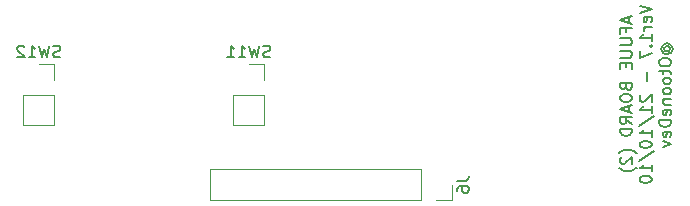
<source format=gbo>
G04 #@! TF.GenerationSoftware,KiCad,Pcbnew,(5.1.8)-1*
G04 #@! TF.CreationDate,2021-10-14T01:25:15+09:00*
G04 #@! TF.ProjectId,windsynth,77696e64-7379-46e7-9468-2e6b69636164,rev?*
G04 #@! TF.SameCoordinates,Original*
G04 #@! TF.FileFunction,Legend,Bot*
G04 #@! TF.FilePolarity,Positive*
%FSLAX46Y46*%
G04 Gerber Fmt 4.6, Leading zero omitted, Abs format (unit mm)*
G04 Created by KiCad (PCBNEW (5.1.8)-1) date 2021-10-14 01:25:15*
%MOMM*%
%LPD*%
G01*
G04 APERTURE LIST*
%ADD10C,0.150000*%
%ADD11C,0.120000*%
G04 APERTURE END LIST*
D10*
X175046666Y-100156190D02*
X175046666Y-100632380D01*
X175332380Y-100060952D02*
X174332380Y-100394285D01*
X175332380Y-100727619D01*
X174808571Y-101394285D02*
X174808571Y-101060952D01*
X175332380Y-101060952D02*
X174332380Y-101060952D01*
X174332380Y-101537142D01*
X174332380Y-101918095D02*
X175141904Y-101918095D01*
X175237142Y-101965714D01*
X175284761Y-102013333D01*
X175332380Y-102108571D01*
X175332380Y-102299047D01*
X175284761Y-102394285D01*
X175237142Y-102441904D01*
X175141904Y-102489523D01*
X174332380Y-102489523D01*
X174332380Y-102965714D02*
X175141904Y-102965714D01*
X175237142Y-103013333D01*
X175284761Y-103060952D01*
X175332380Y-103156190D01*
X175332380Y-103346666D01*
X175284761Y-103441904D01*
X175237142Y-103489523D01*
X175141904Y-103537142D01*
X174332380Y-103537142D01*
X174808571Y-104013333D02*
X174808571Y-104346666D01*
X175332380Y-104489523D02*
X175332380Y-104013333D01*
X174332380Y-104013333D01*
X174332380Y-104489523D01*
X174808571Y-106013333D02*
X174856190Y-106156190D01*
X174903809Y-106203809D01*
X174999047Y-106251428D01*
X175141904Y-106251428D01*
X175237142Y-106203809D01*
X175284761Y-106156190D01*
X175332380Y-106060952D01*
X175332380Y-105680000D01*
X174332380Y-105680000D01*
X174332380Y-106013333D01*
X174380000Y-106108571D01*
X174427619Y-106156190D01*
X174522857Y-106203809D01*
X174618095Y-106203809D01*
X174713333Y-106156190D01*
X174760952Y-106108571D01*
X174808571Y-106013333D01*
X174808571Y-105680000D01*
X174332380Y-106870476D02*
X174332380Y-107060952D01*
X174380000Y-107156190D01*
X174475238Y-107251428D01*
X174665714Y-107299047D01*
X174999047Y-107299047D01*
X175189523Y-107251428D01*
X175284761Y-107156190D01*
X175332380Y-107060952D01*
X175332380Y-106870476D01*
X175284761Y-106775238D01*
X175189523Y-106680000D01*
X174999047Y-106632380D01*
X174665714Y-106632380D01*
X174475238Y-106680000D01*
X174380000Y-106775238D01*
X174332380Y-106870476D01*
X175046666Y-107680000D02*
X175046666Y-108156190D01*
X175332380Y-107584761D02*
X174332380Y-107918095D01*
X175332380Y-108251428D01*
X175332380Y-109156190D02*
X174856190Y-108822857D01*
X175332380Y-108584761D02*
X174332380Y-108584761D01*
X174332380Y-108965714D01*
X174380000Y-109060952D01*
X174427619Y-109108571D01*
X174522857Y-109156190D01*
X174665714Y-109156190D01*
X174760952Y-109108571D01*
X174808571Y-109060952D01*
X174856190Y-108965714D01*
X174856190Y-108584761D01*
X175332380Y-109584761D02*
X174332380Y-109584761D01*
X174332380Y-109822857D01*
X174380000Y-109965714D01*
X174475238Y-110060952D01*
X174570476Y-110108571D01*
X174760952Y-110156190D01*
X174903809Y-110156190D01*
X175094285Y-110108571D01*
X175189523Y-110060952D01*
X175284761Y-109965714D01*
X175332380Y-109822857D01*
X175332380Y-109584761D01*
X175713333Y-111632380D02*
X175665714Y-111584761D01*
X175522857Y-111489523D01*
X175427619Y-111441904D01*
X175284761Y-111394285D01*
X175046666Y-111346666D01*
X174856190Y-111346666D01*
X174618095Y-111394285D01*
X174475238Y-111441904D01*
X174380000Y-111489523D01*
X174237142Y-111584761D01*
X174189523Y-111632380D01*
X174427619Y-111965714D02*
X174380000Y-112013333D01*
X174332380Y-112108571D01*
X174332380Y-112346666D01*
X174380000Y-112441904D01*
X174427619Y-112489523D01*
X174522857Y-112537142D01*
X174618095Y-112537142D01*
X174760952Y-112489523D01*
X175332380Y-111918095D01*
X175332380Y-112537142D01*
X175713333Y-112870476D02*
X175665714Y-112918095D01*
X175522857Y-113013333D01*
X175427619Y-113060952D01*
X175284761Y-113108571D01*
X175046666Y-113156190D01*
X174856190Y-113156190D01*
X174618095Y-113108571D01*
X174475238Y-113060952D01*
X174380000Y-113013333D01*
X174237142Y-112918095D01*
X174189523Y-112870476D01*
X175982380Y-99132380D02*
X176982380Y-99465714D01*
X175982380Y-99799047D01*
X176934761Y-100513333D02*
X176982380Y-100418095D01*
X176982380Y-100227619D01*
X176934761Y-100132380D01*
X176839523Y-100084761D01*
X176458571Y-100084761D01*
X176363333Y-100132380D01*
X176315714Y-100227619D01*
X176315714Y-100418095D01*
X176363333Y-100513333D01*
X176458571Y-100560952D01*
X176553809Y-100560952D01*
X176649047Y-100084761D01*
X176982380Y-100989523D02*
X176315714Y-100989523D01*
X176506190Y-100989523D02*
X176410952Y-101037142D01*
X176363333Y-101084761D01*
X176315714Y-101180000D01*
X176315714Y-101275238D01*
X176982380Y-102132380D02*
X176982380Y-101560952D01*
X176982380Y-101846666D02*
X175982380Y-101846666D01*
X176125238Y-101751428D01*
X176220476Y-101656190D01*
X176268095Y-101560952D01*
X176887142Y-102560952D02*
X176934761Y-102608571D01*
X176982380Y-102560952D01*
X176934761Y-102513333D01*
X176887142Y-102560952D01*
X176982380Y-102560952D01*
X175982380Y-102941904D02*
X175982380Y-103608571D01*
X176982380Y-103180000D01*
X176601428Y-104751428D02*
X176601428Y-105513333D01*
X176077619Y-106703809D02*
X176030000Y-106751428D01*
X175982380Y-106846666D01*
X175982380Y-107084761D01*
X176030000Y-107180000D01*
X176077619Y-107227619D01*
X176172857Y-107275238D01*
X176268095Y-107275238D01*
X176410952Y-107227619D01*
X176982380Y-106656190D01*
X176982380Y-107275238D01*
X176982380Y-108227619D02*
X176982380Y-107656190D01*
X176982380Y-107941904D02*
X175982380Y-107941904D01*
X176125238Y-107846666D01*
X176220476Y-107751428D01*
X176268095Y-107656190D01*
X175934761Y-109370476D02*
X177220476Y-108513333D01*
X176982380Y-110227619D02*
X176982380Y-109656190D01*
X176982380Y-109941904D02*
X175982380Y-109941904D01*
X176125238Y-109846666D01*
X176220476Y-109751428D01*
X176268095Y-109656190D01*
X175982380Y-110846666D02*
X175982380Y-110941904D01*
X176030000Y-111037142D01*
X176077619Y-111084761D01*
X176172857Y-111132380D01*
X176363333Y-111180000D01*
X176601428Y-111180000D01*
X176791904Y-111132380D01*
X176887142Y-111084761D01*
X176934761Y-111037142D01*
X176982380Y-110941904D01*
X176982380Y-110846666D01*
X176934761Y-110751428D01*
X176887142Y-110703809D01*
X176791904Y-110656190D01*
X176601428Y-110608571D01*
X176363333Y-110608571D01*
X176172857Y-110656190D01*
X176077619Y-110703809D01*
X176030000Y-110751428D01*
X175982380Y-110846666D01*
X175934761Y-112322857D02*
X177220476Y-111465714D01*
X176982380Y-113180000D02*
X176982380Y-112608571D01*
X176982380Y-112894285D02*
X175982380Y-112894285D01*
X176125238Y-112799047D01*
X176220476Y-112703809D01*
X176268095Y-112608571D01*
X175982380Y-113799047D02*
X175982380Y-113894285D01*
X176030000Y-113989523D01*
X176077619Y-114037142D01*
X176172857Y-114084761D01*
X176363333Y-114132380D01*
X176601428Y-114132380D01*
X176791904Y-114084761D01*
X176887142Y-114037142D01*
X176934761Y-113989523D01*
X176982380Y-113894285D01*
X176982380Y-113799047D01*
X176934761Y-113703809D01*
X176887142Y-113656190D01*
X176791904Y-113608571D01*
X176601428Y-113560952D01*
X176363333Y-113560952D01*
X176172857Y-113608571D01*
X176077619Y-113656190D01*
X176030000Y-113703809D01*
X175982380Y-113799047D01*
X178156190Y-102989523D02*
X178108571Y-102941904D01*
X178060952Y-102846666D01*
X178060952Y-102751428D01*
X178108571Y-102656190D01*
X178156190Y-102608571D01*
X178251428Y-102560952D01*
X178346666Y-102560952D01*
X178441904Y-102608571D01*
X178489523Y-102656190D01*
X178537142Y-102751428D01*
X178537142Y-102846666D01*
X178489523Y-102941904D01*
X178441904Y-102989523D01*
X178060952Y-102989523D02*
X178441904Y-102989523D01*
X178489523Y-103037142D01*
X178489523Y-103084761D01*
X178441904Y-103180000D01*
X178346666Y-103227619D01*
X178108571Y-103227619D01*
X177965714Y-103132380D01*
X177870476Y-102989523D01*
X177822857Y-102799047D01*
X177870476Y-102608571D01*
X177965714Y-102465714D01*
X178108571Y-102370476D01*
X178299047Y-102322857D01*
X178489523Y-102370476D01*
X178632380Y-102465714D01*
X178727619Y-102608571D01*
X178775238Y-102799047D01*
X178727619Y-102989523D01*
X178632380Y-103132380D01*
X177632380Y-103846666D02*
X177632380Y-104037142D01*
X177680000Y-104132380D01*
X177775238Y-104227619D01*
X177965714Y-104275238D01*
X178299047Y-104275238D01*
X178489523Y-104227619D01*
X178584761Y-104132380D01*
X178632380Y-104037142D01*
X178632380Y-103846666D01*
X178584761Y-103751428D01*
X178489523Y-103656190D01*
X178299047Y-103608571D01*
X177965714Y-103608571D01*
X177775238Y-103656190D01*
X177680000Y-103751428D01*
X177632380Y-103846666D01*
X177965714Y-104560952D02*
X177965714Y-104941904D01*
X177632380Y-104703809D02*
X178489523Y-104703809D01*
X178584761Y-104751428D01*
X178632380Y-104846666D01*
X178632380Y-104941904D01*
X178632380Y-105418095D02*
X178584761Y-105322857D01*
X178537142Y-105275238D01*
X178441904Y-105227619D01*
X178156190Y-105227619D01*
X178060952Y-105275238D01*
X178013333Y-105322857D01*
X177965714Y-105418095D01*
X177965714Y-105560952D01*
X178013333Y-105656190D01*
X178060952Y-105703809D01*
X178156190Y-105751428D01*
X178441904Y-105751428D01*
X178537142Y-105703809D01*
X178584761Y-105656190D01*
X178632380Y-105560952D01*
X178632380Y-105418095D01*
X178632380Y-106322857D02*
X178584761Y-106227619D01*
X178537142Y-106180000D01*
X178441904Y-106132380D01*
X178156190Y-106132380D01*
X178060952Y-106180000D01*
X178013333Y-106227619D01*
X177965714Y-106322857D01*
X177965714Y-106465714D01*
X178013333Y-106560952D01*
X178060952Y-106608571D01*
X178156190Y-106656190D01*
X178441904Y-106656190D01*
X178537142Y-106608571D01*
X178584761Y-106560952D01*
X178632380Y-106465714D01*
X178632380Y-106322857D01*
X177965714Y-107084761D02*
X178632380Y-107084761D01*
X178060952Y-107084761D02*
X178013333Y-107132380D01*
X177965714Y-107227619D01*
X177965714Y-107370476D01*
X178013333Y-107465714D01*
X178108571Y-107513333D01*
X178632380Y-107513333D01*
X178584761Y-108370476D02*
X178632380Y-108275238D01*
X178632380Y-108084761D01*
X178584761Y-107989523D01*
X178489523Y-107941904D01*
X178108571Y-107941904D01*
X178013333Y-107989523D01*
X177965714Y-108084761D01*
X177965714Y-108275238D01*
X178013333Y-108370476D01*
X178108571Y-108418095D01*
X178203809Y-108418095D01*
X178299047Y-107941904D01*
X178632380Y-108846666D02*
X177632380Y-108846666D01*
X177632380Y-109084761D01*
X177680000Y-109227619D01*
X177775238Y-109322857D01*
X177870476Y-109370476D01*
X178060952Y-109418095D01*
X178203809Y-109418095D01*
X178394285Y-109370476D01*
X178489523Y-109322857D01*
X178584761Y-109227619D01*
X178632380Y-109084761D01*
X178632380Y-108846666D01*
X178584761Y-110227619D02*
X178632380Y-110132380D01*
X178632380Y-109941904D01*
X178584761Y-109846666D01*
X178489523Y-109799047D01*
X178108571Y-109799047D01*
X178013333Y-109846666D01*
X177965714Y-109941904D01*
X177965714Y-110132380D01*
X178013333Y-110227619D01*
X178108571Y-110275238D01*
X178203809Y-110275238D01*
X178299047Y-109799047D01*
X177965714Y-110608571D02*
X178632380Y-110846666D01*
X177965714Y-111084761D01*
D11*
G04 #@! TO.C,SW11*
X144205000Y-104080000D02*
X142875000Y-104080000D01*
X144205000Y-105410000D02*
X144205000Y-104080000D01*
X144205000Y-106680000D02*
X141545000Y-106680000D01*
X141545000Y-106680000D02*
X141545000Y-109280000D01*
X144205000Y-106680000D02*
X144205000Y-109280000D01*
X144205000Y-109280000D02*
X141545000Y-109280000D01*
G04 #@! TO.C,SW12*
X126425000Y-109280000D02*
X123765000Y-109280000D01*
X126425000Y-106680000D02*
X126425000Y-109280000D01*
X123765000Y-106680000D02*
X123765000Y-109280000D01*
X126425000Y-106680000D02*
X123765000Y-106680000D01*
X126425000Y-105410000D02*
X126425000Y-104080000D01*
X126425000Y-104080000D02*
X125095000Y-104080000D01*
G04 #@! TO.C,J6*
X139640000Y-115630000D02*
X139640000Y-112970000D01*
X157480000Y-115630000D02*
X139640000Y-115630000D01*
X157480000Y-112970000D02*
X139640000Y-112970000D01*
X157480000Y-115630000D02*
X157480000Y-112970000D01*
X158750000Y-115630000D02*
X160080000Y-115630000D01*
X160080000Y-115630000D02*
X160080000Y-114300000D01*
G04 #@! TO.C,SW11*
D10*
X144684523Y-103484761D02*
X144541666Y-103532380D01*
X144303571Y-103532380D01*
X144208333Y-103484761D01*
X144160714Y-103437142D01*
X144113095Y-103341904D01*
X144113095Y-103246666D01*
X144160714Y-103151428D01*
X144208333Y-103103809D01*
X144303571Y-103056190D01*
X144494047Y-103008571D01*
X144589285Y-102960952D01*
X144636904Y-102913333D01*
X144684523Y-102818095D01*
X144684523Y-102722857D01*
X144636904Y-102627619D01*
X144589285Y-102580000D01*
X144494047Y-102532380D01*
X144255952Y-102532380D01*
X144113095Y-102580000D01*
X143779761Y-102532380D02*
X143541666Y-103532380D01*
X143351190Y-102818095D01*
X143160714Y-103532380D01*
X142922619Y-102532380D01*
X142017857Y-103532380D02*
X142589285Y-103532380D01*
X142303571Y-103532380D02*
X142303571Y-102532380D01*
X142398809Y-102675238D01*
X142494047Y-102770476D01*
X142589285Y-102818095D01*
X141065476Y-103532380D02*
X141636904Y-103532380D01*
X141351190Y-103532380D02*
X141351190Y-102532380D01*
X141446428Y-102675238D01*
X141541666Y-102770476D01*
X141636904Y-102818095D01*
G04 #@! TO.C,SW12*
X126904523Y-103484761D02*
X126761666Y-103532380D01*
X126523571Y-103532380D01*
X126428333Y-103484761D01*
X126380714Y-103437142D01*
X126333095Y-103341904D01*
X126333095Y-103246666D01*
X126380714Y-103151428D01*
X126428333Y-103103809D01*
X126523571Y-103056190D01*
X126714047Y-103008571D01*
X126809285Y-102960952D01*
X126856904Y-102913333D01*
X126904523Y-102818095D01*
X126904523Y-102722857D01*
X126856904Y-102627619D01*
X126809285Y-102580000D01*
X126714047Y-102532380D01*
X126475952Y-102532380D01*
X126333095Y-102580000D01*
X125999761Y-102532380D02*
X125761666Y-103532380D01*
X125571190Y-102818095D01*
X125380714Y-103532380D01*
X125142619Y-102532380D01*
X124237857Y-103532380D02*
X124809285Y-103532380D01*
X124523571Y-103532380D02*
X124523571Y-102532380D01*
X124618809Y-102675238D01*
X124714047Y-102770476D01*
X124809285Y-102818095D01*
X123856904Y-102627619D02*
X123809285Y-102580000D01*
X123714047Y-102532380D01*
X123475952Y-102532380D01*
X123380714Y-102580000D01*
X123333095Y-102627619D01*
X123285476Y-102722857D01*
X123285476Y-102818095D01*
X123333095Y-102960952D01*
X123904523Y-103532380D01*
X123285476Y-103532380D01*
G04 #@! TO.C,J6*
X160532380Y-113966666D02*
X161246666Y-113966666D01*
X161389523Y-113919047D01*
X161484761Y-113823809D01*
X161532380Y-113680952D01*
X161532380Y-113585714D01*
X160532380Y-114871428D02*
X160532380Y-114680952D01*
X160580000Y-114585714D01*
X160627619Y-114538095D01*
X160770476Y-114442857D01*
X160960952Y-114395238D01*
X161341904Y-114395238D01*
X161437142Y-114442857D01*
X161484761Y-114490476D01*
X161532380Y-114585714D01*
X161532380Y-114776190D01*
X161484761Y-114871428D01*
X161437142Y-114919047D01*
X161341904Y-114966666D01*
X161103809Y-114966666D01*
X161008571Y-114919047D01*
X160960952Y-114871428D01*
X160913333Y-114776190D01*
X160913333Y-114585714D01*
X160960952Y-114490476D01*
X161008571Y-114442857D01*
X161103809Y-114395238D01*
G04 #@! TD*
M02*

</source>
